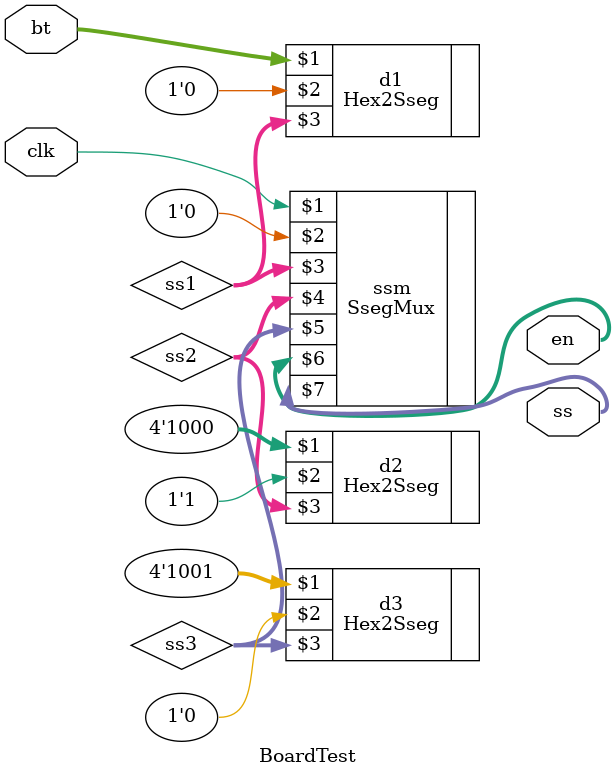
<source format=v>

`timescale 1ns / 1ps

module BoardTest( input wire clk, input wire [3:0] bt, output wire [7:0] ss, output wire [2:0] en );

	wire [7:0] ss3, ss2, ss1;

	Hex2Sseg d1( bt, 1'b0, ss1 );
	Hex2Sseg d2( 4'b1000, 1'b1, ss2 );
	Hex2Sseg d3( 4'b1001, 1'b0, ss3 );

	SsegMux ssm( clk, 1'b0, ss1, ss2, ss3, en, ss );

endmodule

</source>
